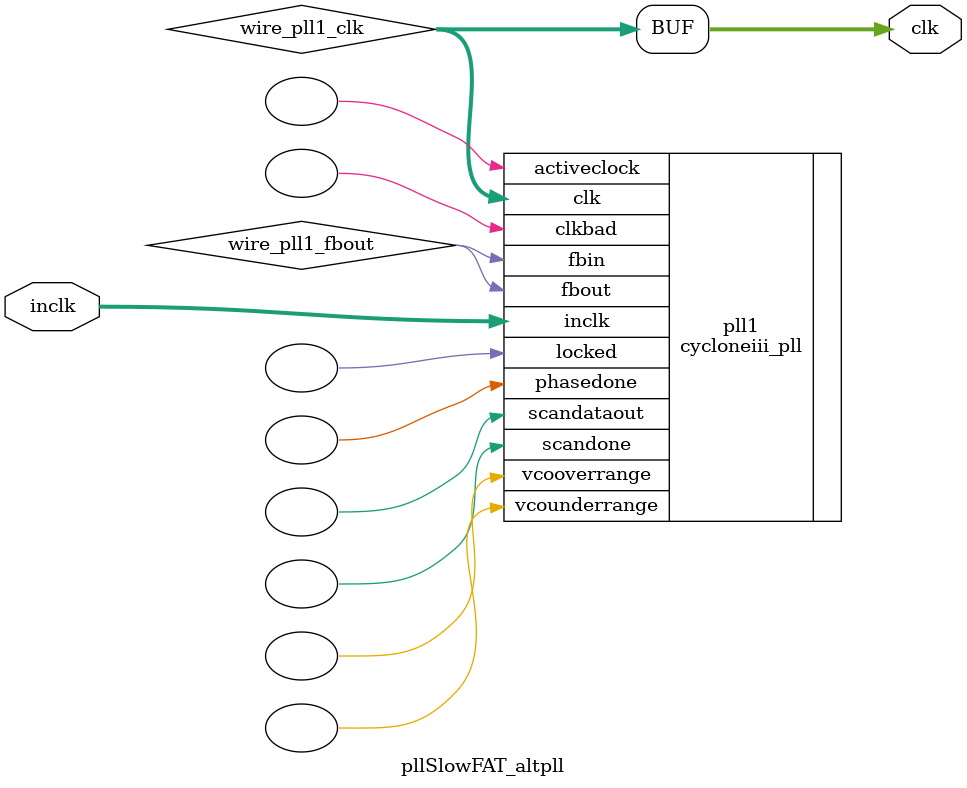
<source format=v>






//synthesis_resources = cycloneiii_pll 1 
//synopsys translate_off
`timescale 1 ps / 1 ps
//synopsys translate_on
module  pllSlowFAT_altpll
	( 
	clk,
	inclk) /* synthesis synthesis_clearbox=1 */;
	output   [4:0]  clk;
	input   [1:0]  inclk;
`ifndef ALTERA_RESERVED_QIS
// synopsys translate_off
`endif
	tri0   [1:0]  inclk;
`ifndef ALTERA_RESERVED_QIS
// synopsys translate_on
`endif

	wire  [4:0]   wire_pll1_clk;
	wire  wire_pll1_fbout;

	cycloneiii_pll   pll1
	( 
	.activeclock(),
	.clk(wire_pll1_clk),
	.clkbad(),
	.fbin(wire_pll1_fbout),
	.fbout(wire_pll1_fbout),
	.inclk(inclk),
	.locked(),
	.phasedone(),
	.scandataout(),
	.scandone(),
	.vcooverrange(),
	.vcounderrange()
	`ifndef FORMAL_VERIFICATION
	// synopsys translate_off
	`endif
	,
	.areset(1'b0),
	.clkswitch(1'b0),
	.configupdate(1'b0),
	.pfdena(1'b1),
	.phasecounterselect({3{1'b0}}),
	.phasestep(1'b0),
	.phaseupdown(1'b0),
	.scanclk(1'b0),
	.scanclkena(1'b1),
	.scandata(1'b0)
	`ifndef FORMAL_VERIFICATION
	// synopsys translate_on
	`endif
	);
	defparam
		pll1.bandwidth_type = "auto",
		pll1.clk0_divide_by = 5,
		pll1.clk0_duty_cycle = 50,
		pll1.clk0_multiply_by = 1,
		pll1.clk0_phase_shift = "0",
		pll1.clk1_divide_by = 125,
		pll1.clk1_duty_cycle = 50,
		pll1.clk1_multiply_by = 4,
		pll1.clk1_phase_shift = "0",
		pll1.compensate_clock = "clk0",
		pll1.inclk0_input_frequency = 20000,
		pll1.operation_mode = "normal",
		pll1.pll_type = "auto",
		pll1.lpm_type = "cycloneiii_pll";
	assign
		clk = {wire_pll1_clk[4:0]};
endmodule //pllSlowFAT_altpll
//VALID FILE

</source>
